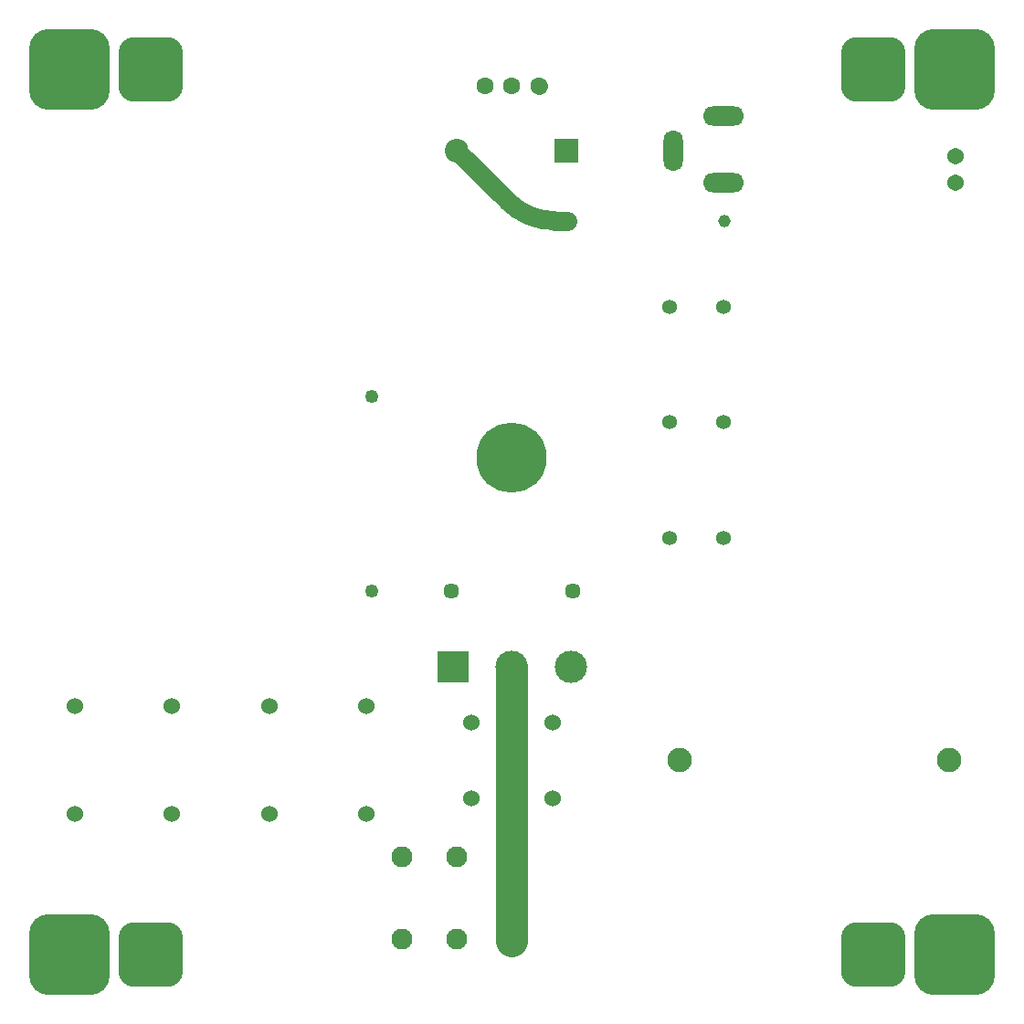
<source format=gbl>
G04*
G04 #@! TF.GenerationSoftware,Altium Limited,Altium Designer,24.0.1 (36)*
G04*
G04 Layer_Physical_Order=2*
G04 Layer_Color=1930808*
%FSLAX44Y44*%
%MOMM*%
G71*
G04*
G04 #@! TF.SameCoordinates,D455C0F4-C0DA-4954-B017-65243BD5B9B1*
G04*
G04*
G04 #@! TF.FilePolarity,Positive*
G04*
G01*
G75*
%ADD30C,1.8000*%
%ADD31C,3.0000*%
%ADD35C,2.2000*%
%ADD36R,2.2000X2.2000*%
%ADD37C,2.2700*%
%ADD38C,1.9500*%
%ADD39C,1.5400*%
%ADD40C,3.0000*%
%ADD41R,3.0000X3.0000*%
%ADD42C,6.5000*%
%ADD43C,1.5240*%
%ADD44O,1.8000X3.8000*%
%ADD45O,3.8000X1.8000*%
%ADD46C,1.2500*%
%ADD47C,1.3600*%
%ADD48C,1.1500*%
%ADD49C,1.6000*%
%ADD50C,1.4500*%
G04:AMPARAMS|DCode=51|XSize=6mm|YSize=6mm|CornerRadius=1.5mm|HoleSize=0mm|Usage=FLASHONLY|Rotation=0.000|XOffset=0mm|YOffset=0mm|HoleType=Round|Shape=RoundedRectangle|*
%AMROUNDEDRECTD51*
21,1,6.0000,3.0000,0,0,0.0*
21,1,3.0000,6.0000,0,0,0.0*
1,1,3.0000,1.5000,-1.5000*
1,1,3.0000,-1.5000,-1.5000*
1,1,3.0000,-1.5000,1.5000*
1,1,3.0000,1.5000,1.5000*
%
%ADD51ROUNDEDRECTD51*%
G04:AMPARAMS|DCode=52|XSize=7.5mm|YSize=7.5mm|CornerRadius=1.875mm|HoleSize=0mm|Usage=FLASHONLY|Rotation=0.000|XOffset=0mm|YOffset=0mm|HoleType=Round|Shape=RoundedRectangle|*
%AMROUNDEDRECTD52*
21,1,7.5000,3.7500,0,0,0.0*
21,1,3.7500,7.5000,0,0,0.0*
1,1,3.7500,1.8750,-1.8750*
1,1,3.7500,-1.8750,-1.8750*
1,1,3.7500,-1.8750,1.8750*
1,1,3.7500,1.8750,1.8750*
%
%ADD52ROUNDEDRECTD52*%
%ADD53C,1.6000*%
D30*
X446240Y737961D02*
G03*
X489600Y720000I43361J43361D01*
G01*
X501500D01*
X399200Y785000D02*
X446240Y737961D01*
D31*
X450000Y128700D02*
Y306600D01*
Y52500D02*
Y128750D01*
D35*
X399200Y785000D02*
D03*
D36*
X500800D02*
D03*
D37*
X605000Y220000D02*
D03*
X855000D02*
D03*
D38*
X348400Y53800D02*
D03*
Y130000D02*
D03*
X450000Y53800D02*
D03*
X399200D02*
D03*
X450000Y130000D02*
D03*
X399200D02*
D03*
D39*
X861500Y780000D02*
D03*
Y755000D02*
D03*
D40*
X450000Y306600D02*
D03*
X504500D02*
D03*
D41*
X395500D02*
D03*
D42*
X450000Y500000D02*
D03*
D43*
X45000Y170000D02*
D03*
Y270000D02*
D03*
X225000D02*
D03*
Y170000D02*
D03*
X315000Y270000D02*
D03*
Y170000D02*
D03*
X487500Y185000D02*
D03*
X412500D02*
D03*
X487500Y255000D02*
D03*
X412500D02*
D03*
X135000Y170000D02*
D03*
Y270000D02*
D03*
D44*
X599250Y785000D02*
D03*
D45*
X646250Y817000D02*
D03*
Y755000D02*
D03*
D46*
X320000Y557000D02*
D03*
Y377000D02*
D03*
D47*
X596000Y640500D02*
D03*
X646000D02*
D03*
X596000Y533500D02*
D03*
X646000D02*
D03*
X596250Y426250D02*
D03*
X646250D02*
D03*
D48*
X646500Y720000D02*
D03*
X501500D02*
D03*
D49*
X450000Y845000D02*
D03*
X425000D02*
D03*
X475000D02*
D03*
D50*
X394000Y377000D02*
D03*
X506000D02*
D03*
D51*
X115000Y40000D02*
D03*
X785000D02*
D03*
Y860000D02*
D03*
X115000D02*
D03*
D52*
X40000Y40000D02*
D03*
X860000D02*
D03*
Y860000D02*
D03*
X40000D02*
D03*
D53*
X475000Y845000D02*
X475046Y844981D01*
X500800Y785000D02*
X500800Y785000D01*
M02*

</source>
